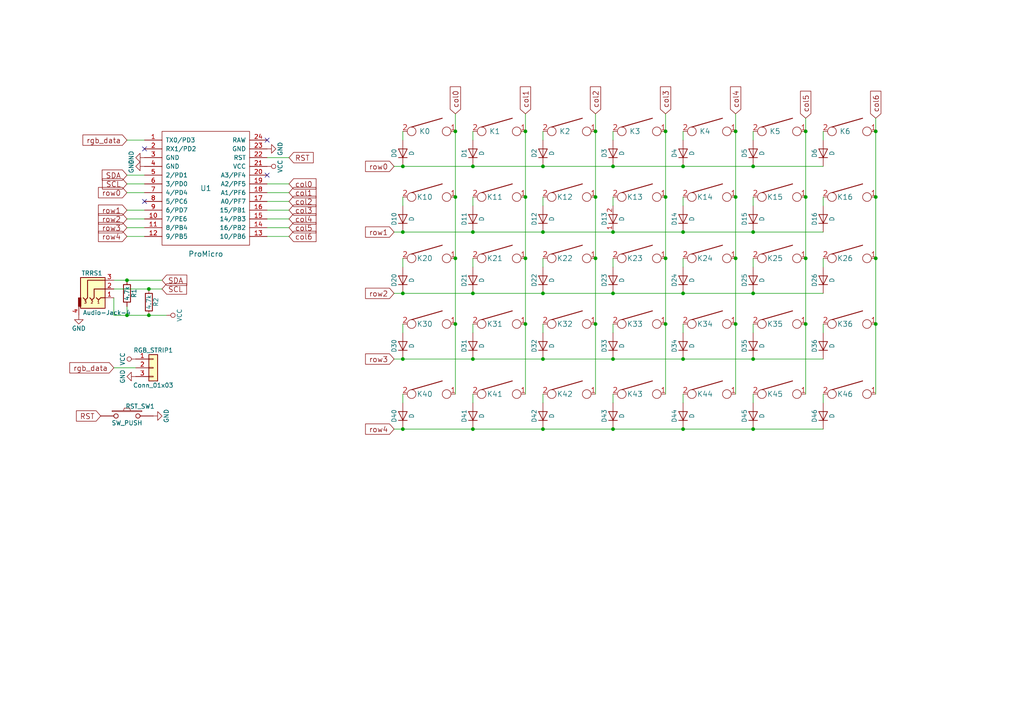
<source format=kicad_sch>
(kicad_sch (version 20211123) (generator eeschema)
  (paper "A4")
  (title_block (title "Neodox keyboard") (date "2018-05-05") (rev "1.0") (comment 1 "designed by Mattia Dal Ben, remixed by Pastitas") (comment 2 "https://github.com/pastitas/neodox-keyboard"))
  (lib_symbols
    (symbol "D_1" (pin_names (offset 1.016) hide)
      (property "Reference" "D" (at 0 2.54 0))
      (property "Value" "D_1" (at 0 -2.54 0))
      (symbol "D_1_0_1"
        (polyline (pts (xy -1.27 1.27) (xy -1.27 -1.27)) (stroke (width 0.2032)))
        (polyline (pts (xy 1.27 0) (xy -1.27 0)))
        (polyline (pts (xy 1.27 1.27) (xy 1.27 -1.27) (xy -1.27 0) (xy 1.27 1.27)) (stroke (width 0.2032)))
      )
      (symbol "D_1_1_1"
        (pin passive line (at -3.81 0 0) (length 2.54) (name "K") (number "1"))
        (pin passive line (at 3.81 0 180) (length 2.54) (name "A") (number "2"))
      )
    )
    (symbol "redox_rev1-rescue:Audio-Jack-4" (pin_names (offset 1.016))
      (property "Reference" "J" (at -1.27 2.032 0))
      (property "Value" "Audio-Jack-4" (at 3.048 -9.398 0))
      (symbol "Audio-Jack-4_0_0"
        (rectangle (start -4.572 -8.128) (end 2.54 0.762) (stroke (width 0.254)) (fill (type background)))
        (text "1" (at 0.635 -6.35 0) (effects (font (size 0.762 0.762))))
        (text "2" (at -1.27 -6.35 0) (effects (font (size 0.762 0.762))))
        (text "3" (at -3.175 -6.35 0) (effects (font (size 0.762 0.762))))
      )
      (symbol "Audio-Jack-4_0_1"
        (rectangle (start -4.445 -7.62) (end -5.207 -5.08) (fill (type outline)))
        (polyline (pts (xy 0 -5.08) (xy 0.635 -5.715) (xy 1.27 -5.08) (xy 2.54 -5.08)) (stroke (width 0.254)))
        (polyline (pts (xy -1.905 -5.08) (xy -1.27 -5.715) (xy -0.635 -5.08) (xy -0.635 -2.54) (xy 2.54 -2.54)) (stroke (width 0.254)))
        (polyline (pts (xy 2.54 0) (xy -2.54 0) (xy -2.54 -5.08) (xy -3.175 -5.715) (xy -3.81 -5.08)) (stroke (width 0.254)))
      )
      (symbol "Audio-Jack-4_1_1"
        (pin passive line (at 5.08 -5.08 180) (length 2.54) (name "~") (number "1"))
        (pin passive line (at 5.08 -2.54 180) (length 2.54) (name "~") (number "2"))
        (pin passive line (at 5.08 0 180) (length 2.54) (name "~") (number "3"))
        (pin passive line (at -5.08 -10.16 90) (length 2.54) (name "~") (number "4"))
      )
    )
    (symbol "redox_rev1-rescue:Conn_01x03" (pin_names (offset 1.016) hide)
      (property "Reference" "J" (at 0 5.08 0))
      (property "Value" "Conn_01x03" (at 0 -5.08 0))
      (symbol "Conn_01x03_1_1"
        (rectangle (start -1.27 -2.413) (end 0 -2.667) (stroke (width 0.1524)))
        (rectangle (start -1.27 0.127) (end 0 -0.127) (stroke (width 0.1524)))
        (rectangle (start -1.27 2.667) (end 0 2.413) (stroke (width 0.1524)))
        (rectangle (start -1.27 3.81) (end 1.27 -3.81) (stroke (width 0.254)) (fill (type background)))
        (pin passive line (at -5.08 2.54 0) (length 3.81) (name "Pin_1") (number "1"))
        (pin passive line (at -5.08 0 0) (length 3.81) (name "Pin_2") (number "2"))
        (pin passive line (at -5.08 -2.54 0) (length 3.81) (name "Pin_3") (number "3"))
      )
    )
    (symbol "redox_rev1-rescue:D" (pin_numbers hide) (pin_names (offset 1.016) hide)
      (property "Reference" "D" (at 0 2.54 0))
      (property "Value" "D" (at 0 -2.54 0))
      (symbol "D_0_1"
        (polyline (pts (xy -1.27 1.27) (xy -1.27 -1.27)) (stroke (width 0.2032)))
        (polyline (pts (xy 1.27 0) (xy -1.27 0)))
        (polyline (pts (xy 1.27 1.27) (xy 1.27 -1.27) (xy -1.27 0) (xy 1.27 1.27)) (stroke (width 0.2032)))
      )
      (symbol "D_1_1"
        (pin passive line (at -3.81 0 0) (length 2.54) (name "K") (number "1"))
        (pin passive line (at 3.81 0 180) (length 2.54) (name "A") (number "2"))
      )
    )
    (symbol "redox_rev1-rescue:GND" (power) (pin_names (offset 0))
      (property "Value" "GND" (at 0 -3.81 0))
      (symbol "GND_0_1"
        (polyline (pts (xy 0 0) (xy 0 -1.27) (xy 1.27 -1.27) (xy 0 -2.54) (xy -1.27 -1.27) (xy 0 -1.27)))
      )
      (symbol "GND_1_1"
        (pin power_in line (at 0 0 270) (length 0) hide (name "GND") (number "1"))
      )
    )
    (symbol "redox_rev1-rescue:KEYSW" (pin_names (offset 1.016))
      (property "Reference" "K?" (at -1.27 0 0))
      (symbol "KEYSW_0_1"
        (circle (center -5.08 0) (radius 1.27))
        (polyline (pts (xy -5.08 1.27) (xy 3.81 3.81)) (stroke (width 0.254)))
        (circle (center 5.08 0) (radius 1.27))
      )
      (symbol "KEYSW_1_1"
        (pin passive line (at 7.62 0 180) (length 1.27) (name "~") (number "1"))
        (pin passive line (at -7.62 0 0) (length 1.27) (name "~") (number "2"))
      )
    )
    (symbol "redox_rev1-rescue:ProMicro" (pin_names (offset 1.016))
      (property "Reference" "U" (at 0 0 0))
      (property "Value" "ProMicro" (at 0 -19.05 0))
      (symbol "ProMicro_0_1"
        (rectangle (start -12.7 -16.51) (end 12.7 16.51))
      )
      (symbol "ProMicro_1_1"
        (pin input line (at -17.78 13.97 0) (length 5.08) (name "TX0/PD3") (number "1"))
        (pin input line (at -17.78 -8.89 0) (length 5.08) (name "7/PE6") (number "10"))
        (pin input line (at -17.78 -11.43 0) (length 5.08) (name "8/PB4") (number "11"))
        (pin input line (at -17.78 -13.97 0) (length 5.08) (name "9/PB5") (number "12"))
        (pin input line (at 17.78 -13.97 180) (length 5.08) (name "10/PB6") (number "13"))
        (pin input line (at 17.78 -11.43 180) (length 5.08) (name "16/PB2") (number "14"))
        (pin input line (at 17.78 -8.89 180) (length 5.08) (name "14/PB3") (number "15"))
        (pin input line (at 17.78 -6.35 180) (length 5.08) (name "15/PB1") (number "16"))
        (pin input line (at 17.78 -3.81 180) (length 5.08) (name "A0/PF7") (number "17"))
        (pin input line (at 17.78 -1.27 180) (length 5.08) (name "A1/PF6") (number "18"))
        (pin input line (at 17.78 1.27 180) (length 5.08) (name "A2/PF5") (number "19"))
        (pin input line (at -17.78 11.43 0) (length 5.08) (name "RX1/PD2") (number "2"))
        (pin input line (at 17.78 3.81 180) (length 5.08) (name "A3/PF4") (number "20"))
        (pin input line (at 17.78 6.35 180) (length 5.08) (name "VCC") (number "21"))
        (pin input line (at 17.78 8.89 180) (length 5.08) (name "RST") (number "22"))
        (pin input line (at 17.78 11.43 180) (length 5.08) (name "GND") (number "23"))
        (pin input line (at 17.78 13.97 180) (length 5.08) (name "RAW") (number "24"))
        (pin input line (at -17.78 8.89 0) (length 5.08) (name "GND") (number "3"))
        (pin input line (at -17.78 6.35 0) (length 5.08) (name "GND") (number "4"))
        (pin input line (at -17.78 3.81 0) (length 5.08) (name "2/PD1") (number "5"))
        (pin input line (at -17.78 1.27 0) (length 5.08) (name "3/PD0") (number "6"))
        (pin input line (at -17.78 -1.27 0) (length 5.08) (name "4/PD4") (number "7"))
        (pin input line (at -17.78 -3.81 0) (length 5.08) (name "5/PC6") (number "8"))
        (pin input line (at -17.78 -6.35 0) (length 5.08) (name "6/PD7") (number "9"))
      )
    )
    (symbol "redox_rev1-rescue:R" (pin_numbers hide) (pin_names (offset 0))
      (property "Reference" "R" (at 2.032 0 90))
      (property "Value" "R" (at 0 0 90))
      (symbol "R_0_1"
        (rectangle (start -1.016 -2.54) (end 1.016 2.54) (stroke (width 0.254)))
      )
      (symbol "R_1_1"
        (pin passive line (at 0 3.81 270) (length 1.27) (name "~") (number "1"))
        (pin passive line (at 0 -3.81 90) (length 1.27) (name "~") (number "2"))
      )
    )
    (symbol "redox_rev1-rescue:SW_PUSH" (pin_numbers hide) (pin_names (offset 1.016) hide)
      (property "Reference" "SW" (at 3.81 2.794 0))
      (property "Value" "SW_PUSH" (at 0 -2.032 0))
      (symbol "SW_PUSH_0_1"
        (rectangle (start -4.318 1.27) (end 4.318 1.524))
        (polyline (pts (xy -1.016 1.524) (xy -0.762 2.286) (xy 0.762 2.286) (xy 1.016 1.524)))
        (pin passive inverted (at -7.62 0 0) (length 5.08) (name "1") (number "1"))
        (pin passive inverted (at 7.62 0 180) (length 5.08) (name "2") (number "2"))
      )
    )
    (symbol "redox_rev1-rescue:VCC" (power) (pin_names (offset 0))
      (property "Value" "VCC" (at 0 3.81 0))
      (symbol "VCC_0_1"
        (polyline (pts (xy 0 0) (xy 0 1.27)))
        (circle (center 0 1.905) (radius 0.635))
      )
      (symbol "VCC_1_1"
        (pin power_in line (at 0 0 90) (length 0) hide (name "VCC") (number "1"))
      )
    )
  )
  (junction (at 218.44 67.31))
  (junction (at 198.12 104.14))
  (junction (at 193.04 93.98))
  (junction (at 132.08 93.98))
  (junction (at 213.36 93.98))
  (junction (at 198.12 67.31))
  (junction (at 116.84 104.14))
  (junction (at 116.84 124.46))
  (junction (at 254 57.15))
  (junction (at 198.12 85.09))
  (junction (at 157.48 124.46))
  (junction (at 218.44 104.14))
  (junction (at 193.04 74.93))
  (junction (at 152.4 38.1))
  (junction (at 172.72 38.1))
  (junction (at 193.04 57.15))
  (junction (at 198.12 124.46))
  (junction (at 233.68 57.15))
  (junction (at 137.16 124.46))
  (junction (at 177.8 85.09))
  (junction (at 233.68 74.93))
  (junction (at 213.36 57.15))
  (junction (at 157.48 48.26))
  (junction (at 36.83 81.28))
  (junction (at 137.16 48.26))
  (junction (at 193.04 38.1))
  (junction (at 177.8 67.31))
  (junction (at 116.84 48.26))
  (junction (at 157.48 85.09))
  (junction (at 36.83 91.44))
  (junction (at 157.48 104.14))
  (junction (at 132.08 38.1))
  (junction (at 218.44 85.09))
  (junction (at 152.4 57.15))
  (junction (at 132.08 74.93))
  (junction (at 233.68 93.98))
  (junction (at 254 38.1))
  (junction (at 137.16 104.14))
  (junction (at 137.16 67.31))
  (junction (at 172.72 74.93))
  (junction (at 172.72 93.98))
  (junction (at 152.4 93.98))
  (junction (at 198.12 48.26))
  (junction (at 116.84 67.31))
  (junction (at 218.44 48.26))
  (junction (at 177.8 104.14))
  (junction (at 177.8 48.26))
  (junction (at 157.48 67.31))
  (junction (at 254 74.93))
  (junction (at 43.18 83.82))
  (junction (at 152.4 74.93))
  (junction (at 213.36 74.93))
  (junction (at 177.8 124.46))
  (junction (at 116.84 85.09))
  (junction (at 233.68 38.1))
  (junction (at 213.36 38.1))
  (junction (at 218.44 124.46))
  (junction (at 132.08 57.15))
  (junction (at 254 93.98))
  (junction (at 43.18 91.44))
  (junction (at 172.72 57.15))
  (junction (at 137.16 85.09))
  (no_connect (at 41.91 43.18))
  (no_connect (at 77.47 50.8))
  (no_connect (at 41.91 58.42))
  (no_connect (at 77.47 40.64))
  (wire (pts (xy 193.04 93.98) (xy 193.04 114.3)))
  (wire (pts (xy 233.68 74.93) (xy 233.68 93.98)))
  (wire (pts (xy 172.72 38.1) (xy 172.72 57.15)))
  (wire (pts (xy 193.04 38.1) (xy 193.04 57.15)))
  (wire (pts (xy 157.48 124.46) (xy 177.8 124.46)))
  (wire (pts (xy 36.83 50.8) (xy 41.91 50.8)))
  (wire (pts (xy 137.16 48.26) (xy 157.48 48.26)))
  (wire (pts (xy 218.44 67.31) (xy 238.76 67.31)))
  (wire (pts (xy 33.02 91.44) (xy 36.83 91.44)))
  (wire (pts (xy 177.8 124.46) (xy 198.12 124.46)))
  (wire (pts (xy 157.48 57.15) (xy 157.48 59.69)))
  (wire (pts (xy 152.4 33.02) (xy 152.4 38.1)))
  (wire (pts (xy 213.36 93.98) (xy 213.36 114.3)))
  (wire (pts (xy 233.68 38.1) (xy 233.68 57.15)))
  (wire (pts (xy 198.12 85.09) (xy 218.44 85.09)))
  (wire (pts (xy 157.48 74.93) (xy 157.48 77.47)))
  (wire (pts (xy 152.4 57.15) (xy 152.4 74.93)))
  (wire (pts (xy 114.3 104.14) (xy 116.84 104.14)))
  (wire (pts (xy 116.84 67.31) (xy 137.16 67.31)))
  (wire (pts (xy 213.36 74.93) (xy 213.36 93.98)))
  (wire (pts (xy 137.16 67.31) (xy 157.48 67.31)))
  (wire (pts (xy 137.16 74.93) (xy 137.16 77.47)))
  (wire (pts (xy 116.84 85.09) (xy 137.16 85.09)))
  (wire (pts (xy 33.02 83.82) (xy 43.18 83.82)))
  (wire (pts (xy 177.8 104.14) (xy 198.12 104.14)))
  (wire (pts (xy 36.83 63.5) (xy 41.91 63.5)))
  (wire (pts (xy 172.72 33.02) (xy 172.72 38.1)))
  (wire (pts (xy 198.12 67.31) (xy 218.44 67.31)))
  (wire (pts (xy 116.84 124.46) (xy 137.16 124.46)))
  (wire (pts (xy 36.83 40.64) (xy 41.91 40.64)))
  (wire (pts (xy 77.47 68.58) (xy 83.82 68.58)))
  (wire (pts (xy 132.08 57.15) (xy 132.08 74.93)))
  (wire (pts (xy 157.48 93.98) (xy 157.48 96.52)))
  (wire (pts (xy 177.8 74.93) (xy 177.8 77.47)))
  (wire (pts (xy 238.76 74.93) (xy 238.76 77.47)))
  (wire (pts (xy 116.84 57.15) (xy 116.84 59.69)))
  (wire (pts (xy 77.47 45.72) (xy 83.82 45.72)))
  (wire (pts (xy 132.08 74.93) (xy 132.08 93.98)))
  (wire (pts (xy 213.36 57.15) (xy 213.36 74.93)))
  (wire (pts (xy 177.8 93.98) (xy 177.8 96.52)))
  (wire (pts (xy 36.83 53.34) (xy 41.91 53.34)))
  (wire (pts (xy 172.72 57.15) (xy 172.72 74.93)))
  (wire (pts (xy 193.04 33.02) (xy 193.04 38.1)))
  (wire (pts (xy 116.84 48.26) (xy 137.16 48.26)))
  (wire (pts (xy 233.68 34.29) (xy 233.68 38.1)))
  (wire (pts (xy 177.8 38.1) (xy 177.8 40.64)))
  (wire (pts (xy 114.3 48.26) (xy 116.84 48.26)))
  (wire (pts (xy 36.83 68.58) (xy 41.91 68.58)))
  (wire (pts (xy 254 34.29) (xy 254 38.1)))
  (wire (pts (xy 177.8 57.15) (xy 177.8 59.69)))
  (wire (pts (xy 152.4 93.98) (xy 152.4 114.3)))
  (wire (pts (xy 218.44 74.93) (xy 218.44 77.47)))
  (wire (pts (xy 137.16 124.46) (xy 157.48 124.46)))
  (wire (pts (xy 36.83 66.04) (xy 41.91 66.04)))
  (wire (pts (xy 157.48 48.26) (xy 177.8 48.26)))
  (wire (pts (xy 198.12 38.1) (xy 198.12 40.64)))
  (wire (pts (xy 116.84 93.98) (xy 116.84 96.52)))
  (wire (pts (xy 77.47 60.96) (xy 83.82 60.96)))
  (wire (pts (xy 137.16 93.98) (xy 137.16 96.52)))
  (wire (pts (xy 218.44 93.98) (xy 218.44 96.52)))
  (wire (pts (xy 77.47 63.5) (xy 83.82 63.5)))
  (wire (pts (xy 157.48 114.3) (xy 157.48 116.84)))
  (wire (pts (xy 132.08 93.98) (xy 132.08 114.3)))
  (wire (pts (xy 137.16 57.15) (xy 137.16 59.69)))
  (wire (pts (xy 177.8 85.09) (xy 198.12 85.09)))
  (wire (pts (xy 36.83 60.96) (xy 41.91 60.96)))
  (wire (pts (xy 33.02 86.36) (xy 33.02 91.44)))
  (wire (pts (xy 218.44 124.46) (xy 238.76 124.46)))
  (wire (pts (xy 254 93.98) (xy 254 114.3)))
  (wire (pts (xy 36.83 81.28) (xy 46.99 81.28)))
  (wire (pts (xy 137.16 85.09) (xy 157.48 85.09)))
  (wire (pts (xy 137.16 104.14) (xy 157.48 104.14)))
  (wire (pts (xy 218.44 48.26) (xy 238.76 48.26)))
  (wire (pts (xy 198.12 114.3) (xy 198.12 116.84)))
  (wire (pts (xy 132.08 38.1) (xy 132.08 57.15)))
  (wire (pts (xy 213.36 38.1) (xy 213.36 57.15)))
  (wire (pts (xy 77.47 66.04) (xy 83.82 66.04)))
  (wire (pts (xy 43.18 83.82) (xy 46.99 83.82)))
  (wire (pts (xy 152.4 74.93) (xy 152.4 93.98)))
  (wire (pts (xy 238.76 57.15) (xy 238.76 59.69)))
  (wire (pts (xy 43.18 91.44) (xy 48.26 91.44)))
  (wire (pts (xy 218.44 85.09) (xy 238.76 85.09)))
  (wire (pts (xy 177.8 48.26) (xy 198.12 48.26)))
  (wire (pts (xy 198.12 57.15) (xy 198.12 59.69)))
  (wire (pts (xy 254 57.15) (xy 254 74.93)))
  (wire (pts (xy 132.08 33.02) (xy 132.08 38.1)))
  (wire (pts (xy 254 74.93) (xy 254 93.98)))
  (wire (pts (xy 137.16 114.3) (xy 137.16 116.84)))
  (wire (pts (xy 137.16 38.1) (xy 137.16 40.64)))
  (wire (pts (xy 254 38.1) (xy 254 57.15)))
  (wire (pts (xy 177.8 114.3) (xy 177.8 116.84)))
  (wire (pts (xy 157.48 67.31) (xy 177.8 67.31)))
  (wire (pts (xy 193.04 74.93) (xy 193.04 93.98)))
  (wire (pts (xy 238.76 93.98) (xy 238.76 96.52)))
  (wire (pts (xy 116.84 38.1) (xy 116.84 40.64)))
  (wire (pts (xy 114.3 124.46) (xy 116.84 124.46)))
  (wire (pts (xy 233.68 57.15) (xy 233.68 74.93)))
  (wire (pts (xy 218.44 114.3) (xy 218.44 116.84)))
  (wire (pts (xy 77.47 53.34) (xy 83.82 53.34)))
  (wire (pts (xy 198.12 124.46) (xy 218.44 124.46)))
  (wire (pts (xy 198.12 48.26) (xy 218.44 48.26)))
  (wire (pts (xy 238.76 38.1) (xy 238.76 40.64)))
  (wire (pts (xy 116.84 114.3) (xy 116.84 116.84)))
  (wire (pts (xy 233.68 93.98) (xy 233.68 114.3)))
  (wire (pts (xy 238.76 114.3) (xy 238.76 116.84)))
  (wire (pts (xy 218.44 57.15) (xy 218.44 59.69)))
  (wire (pts (xy 152.4 38.1) (xy 152.4 57.15)))
  (wire (pts (xy 193.04 57.15) (xy 193.04 74.93)))
  (wire (pts (xy 198.12 104.14) (xy 218.44 104.14)))
  (wire (pts (xy 218.44 104.14) (xy 238.76 104.14)))
  (wire (pts (xy 77.47 58.42) (xy 83.82 58.42)))
  (wire (pts (xy 157.48 104.14) (xy 177.8 104.14)))
  (wire (pts (xy 177.8 67.31) (xy 198.12 67.31)))
  (wire (pts (xy 172.72 93.98) (xy 172.72 114.3)))
  (wire (pts (xy 114.3 67.31) (xy 116.84 67.31)))
  (wire (pts (xy 33.02 106.68) (xy 39.37 106.68)))
  (wire (pts (xy 33.02 81.28) (xy 36.83 81.28)))
  (wire (pts (xy 172.72 74.93) (xy 172.72 93.98)))
  (wire (pts (xy 116.84 74.93) (xy 116.84 77.47)))
  (wire (pts (xy 157.48 85.09) (xy 177.8 85.09)))
  (wire (pts (xy 114.3 85.09) (xy 116.84 85.09)))
  (wire (pts (xy 218.44 38.1) (xy 218.44 40.64)))
  (wire (pts (xy 198.12 74.93) (xy 198.12 77.47)))
  (wire (pts (xy 116.84 104.14) (xy 137.16 104.14)))
  (wire (pts (xy 157.48 38.1) (xy 157.48 40.64)))
  (wire (pts (xy 36.83 88.9) (xy 36.83 91.44)))
  (wire (pts (xy 77.47 55.88) (xy 83.82 55.88)))
  (wire (pts (xy 36.83 55.88) (xy 41.91 55.88)))
  (wire (pts (xy 36.83 91.44) (xy 43.18 91.44)))
  (wire (pts (xy 213.36 33.02) (xy 213.36 38.1)))
  (wire (pts (xy 198.12 93.98) (xy 198.12 96.52)))
  (global_label "rgb_data" (shape input) (at 33.02 106.68 180) (effects (font (size 1.524 1.524))) (property "Intersheet References" "${INTERSHEET_REFS}" (effects hide)))
  (global_label "col0" (shape input) (at 132.08 33.02 90) (effects (font (size 1.524 1.524))) (property "Intersheet References" "${INTERSHEET_REFS}" (effects hide)))
  (global_label "SDA" (shape input) (at 46.99 81.28 0) (effects (font (size 1.524 1.524))) (property "Intersheet References" "${INTERSHEET_REFS}" (effects hide)))
  (global_label "col5" (shape input) (at 83.82 66.04 0) (effects (font (size 1.524 1.524))) (property "Intersheet References" "${INTERSHEET_REFS}" (effects hide)))
  (global_label "RST" (shape input) (at 83.82 45.72 0) (effects (font (size 1.524 1.524))) (property "Intersheet References" "${INTERSHEET_REFS}" (effects hide)))
  (global_label "col1" (shape input) (at 152.4 33.02 90) (effects (font (size 1.524 1.524))) (property "Intersheet References" "${INTERSHEET_REFS}" (effects hide)))
  (global_label "row1" (shape input) (at 114.3 67.31 180) (effects (font (size 1.524 1.524))) (property "Intersheet References" "${INTERSHEET_REFS}" (effects hide)))
  (global_label "row0" (shape input) (at 36.83 55.88 180) (effects (font (size 1.524 1.524))) (property "Intersheet References" "${INTERSHEET_REFS}" (effects hide)))
  (global_label "SCL" (shape input) (at 36.83 53.34 180) (effects (font (size 1.524 1.524))) (property "Intersheet References" "${INTERSHEET_REFS}" (effects hide)))
  (global_label "col0" (shape input) (at 83.82 53.34 0) (effects (font (size 1.524 1.524))) (property "Intersheet References" "${INTERSHEET_REFS}" (effects hide)))
  (global_label "rgb_data" (shape input) (at 36.83 40.64 180) (effects (font (size 1.524 1.524))) (property "Intersheet References" "${INTERSHEET_REFS}" (effects hide)))
  (global_label "row2" (shape input) (at 36.83 63.5 180) (effects (font (size 1.524 1.524))) (property "Intersheet References" "${INTERSHEET_REFS}" (effects hide)))
  (global_label "RST" (shape input) (at 29.21 120.65 180) (effects (font (size 1.524 1.524))) (property "Intersheet References" "${INTERSHEET_REFS}" (effects hide)))
  (global_label "col3" (shape input) (at 193.04 33.02 90) (effects (font (size 1.524 1.524))) (property "Intersheet References" "${INTERSHEET_REFS}" (effects hide)))
  (global_label "row3" (shape input) (at 36.83 66.04 180) (effects (font (size 1.524 1.524))) (property "Intersheet References" "${INTERSHEET_REFS}" (effects hide)))
  (global_label "row3" (shape input) (at 114.3 104.14 180) (effects (font (size 1.524 1.524))) (property "Intersheet References" "${INTERSHEET_REFS}" (effects hide)))
  (global_label "row0" (shape input) (at 114.3 48.26 180) (effects (font (size 1.524 1.524))) (property "Intersheet References" "${INTERSHEET_REFS}" (effects hide)))
  (global_label "row2" (shape input) (at 114.3 85.09 180) (effects (font (size 1.524 1.524))) (property "Intersheet References" "${INTERSHEET_REFS}" (effects hide)))
  (global_label "col2" (shape input) (at 172.72 33.02 90) (effects (font (size 1.524 1.524))) (property "Intersheet References" "${INTERSHEET_REFS}" (effects hide)))
  (global_label "SCL" (shape input) (at 46.99 83.82 0) (effects (font (size 1.524 1.524))) (property "Intersheet References" "${INTERSHEET_REFS}" (effects hide)))
  (global_label "col4" (shape input) (at 83.82 63.5 0) (effects (font (size 1.524 1.524))) (property "Intersheet References" "${INTERSHEET_REFS}" (effects hide)))
  (global_label "col2" (shape input) (at 83.82 58.42 0) (effects (font (size 1.524 1.524))) (property "Intersheet References" "${INTERSHEET_REFS}" (effects hide)))
  (global_label "row1" (shape input) (at 36.83 60.96 180) (effects (font (size 1.524 1.524))) (property "Intersheet References" "${INTERSHEET_REFS}" (effects hide)))
  (global_label "col6" (shape input) (at 254 34.29 90) (effects (font (size 1.524 1.524))) (property "Intersheet References" "${INTERSHEET_REFS}" (effects hide)))
  (global_label "col6" (shape input) (at 83.82 68.58 0) (effects (font (size 1.524 1.524))) (property "Intersheet References" "${INTERSHEET_REFS}" (effects hide)))
  (global_label "row4" (shape input) (at 36.83 68.58 180) (effects (font (size 1.524 1.524))) (property "Intersheet References" "${INTERSHEET_REFS}" (effects hide)))
  (global_label "col5" (shape input) (at 233.68 34.29 90) (effects (font (size 1.524 1.524))) (property "Intersheet References" "${INTERSHEET_REFS}" (effects hide)))
  (global_label "SDA" (shape input) (at 36.83 50.8 180) (effects (font (size 1.524 1.524))) (property "Intersheet References" "${INTERSHEET_REFS}" (effects hide)))
  (global_label "col1" (shape input) (at 83.82 55.88 0) (effects (font (size 1.524 1.524))) (property "Intersheet References" "${INTERSHEET_REFS}" (effects hide)))
  (global_label "row4" (shape input) (at 114.3 124.46 180) (effects (font (size 1.524 1.524))) (property "Intersheet References" "${INTERSHEET_REFS}" (effects hide)))
  (global_label "col4" (shape input) (at 213.36 33.02 90) (effects (font (size 1.524 1.524))) (property "Intersheet References" "${INTERSHEET_REFS}" (effects hide)))
  (global_label "col3" (shape input) (at 83.82 60.96 0) (effects (font (size 1.524 1.524))) (property "Intersheet References" "${INTERSHEET_REFS}" (effects hide)))
  (symbol (lib_id "redox_rev1-rescue:ProMicro") (at 59.69 54.61 0) (unit 1)
    (property "Reference" "U1" (at 59.69 54.61 0) (effects (font (size 1.524 1.524))))
    (property "Value" "ProMicro" (at 59.69 73.66 0) (effects (font (size 1.524 1.524))))
    (property "Footprint" "keyboard_reversible:ProMicro" (effects hide))
  )
  (symbol (lib_id "redox_rev1-rescue:Audio-Jack-4") (at 27.94 81.28 0) (unit 1)
    (property "Reference" "TRRS1" (at 26.67 79.248 0))
    (property "Value" "Audio-Jack-4" (at 30.988 90.678 0))
    (property "Footprint" "Keyboard_reversible:PJ-320A" (effects hide))
  )
  (symbol (lib_id "redox_rev1-rescue:Conn_01x03") (at 44.45 106.68 0) (unit 1)
    (property "Reference" "RGB_STRIP1" (at 44.45 101.6 0))
    (property "Value" "Conn_01x03" (at 44.45 111.76 0))
    (property "Footprint" "Pin_Headers:Pin_Header_Straight_1x03_Pitch2.54mm" (effects hide))
  )
  (symbol (lib_id "redox_rev1-rescue:SW_PUSH") (at 36.83 120.65 0) (unit 1)
    (property "Reference" "RST_SW1" (at 40.64 117.856 0))
    (property "Value" "SW_PUSH" (at 36.83 122.682 0))
    (property "Footprint" "Buttons_Switches_ThroughHole:SW_PUSH_6mm_h4.3mm" (effects hide))
  )
  (symbol (lib_id "redox_rev1-rescue:GND") (at 77.47 43.18 90) (unit 1)
    (property "Reference" "#PWR01" (effects hide))
    (property "Value" "GND" (at 81.28 43.18 0))
  )
  (symbol (lib_id "redox_rev1-rescue:VCC") (at 77.47 48.26 270) (unit 1)
    (property "Reference" "#PWR02" (effects hide))
    (property "Value" "VCC" (at 81.28 48.26 0))
  )
  (symbol (lib_id "redox_rev1-rescue:KEYSW") (at 124.46 38.1 0) (unit 1)
    (property "Reference" "K0" (at 123.19 38.1 0) (effects (font (size 1.524 1.524))))
    (property "Value" "KEYSW" (effects hide))
    (property "Footprint" "Keyboard_reversible:Kailh_socket_MX_optional_reversible" (effects hide))
  )
  (symbol (lib_id "redox_rev1-rescue:D") (at 116.84 44.45 90) (unit 1)
    (property "Reference" "D0" (at 114.3 44.45 0))
    (property "Value" "D" (at 119.38 44.45 0))
    (property "Footprint" "keyboard_reversible:Diode-dual" (effects hide))
  )
  (symbol (lib_id "redox_rev1-rescue:GND") (at 22.86 91.44 0) (unit 1)
    (property "Reference" "#PWR03" (effects hide))
    (property "Value" "GND" (at 22.86 95.25 0))
  )
  (symbol (lib_id "redox_rev1-rescue:GND") (at 39.37 109.22 270) (unit 1)
    (property "Reference" "#PWR04" (effects hide))
    (property "Value" "GND" (at 35.56 109.22 0))
  )
  (symbol (lib_id "redox_rev1-rescue:VCC") (at 39.37 104.14 90) (unit 1)
    (property "Reference" "#PWR05" (effects hide))
    (property "Value" "VCC" (at 35.56 104.14 0))
  )
  (symbol (lib_id "redox_rev1-rescue:GND") (at 44.45 120.65 90) (unit 1)
    (property "Reference" "#PWR06" (effects hide))
    (property "Value" "GND" (at 48.26 120.65 0))
  )
  (symbol (lib_id "redox_rev1-rescue:KEYSW") (at 144.78 38.1 0) (unit 1)
    (property "Reference" "K1" (at 143.51 38.1 0) (effects (font (size 1.524 1.524))))
    (property "Value" "KEYSW" (effects hide))
    (property "Footprint" "Keyboard_reversible:Kailh_socket_MX_optional_reversible" (effects hide))
  )
  (symbol (lib_id "redox_rev1-rescue:D") (at 137.16 44.45 90) (unit 1)
    (property "Reference" "D1" (at 134.62 44.45 0))
    (property "Value" "D" (at 139.7 44.45 0))
    (property "Footprint" "keyboard_reversible:Diode-dual" (effects hide))
  )
  (symbol (lib_id "redox_rev1-rescue:GND") (at 41.91 45.72 270) (unit 1)
    (property "Reference" "#PWR07" (effects hide))
    (property "Value" "GND" (at 38.1 45.72 0))
  )
  (symbol (lib_id "redox_rev1-rescue:GND") (at 41.91 48.26 270) (unit 1)
    (property "Reference" "#PWR08" (effects hide))
    (property "Value" "GND" (at 38.1 48.26 0))
  )
  (symbol (lib_id "redox_rev1-rescue:KEYSW") (at 165.1 38.1 0) (unit 1)
    (property "Reference" "K2" (at 163.83 38.1 0) (effects (font (size 1.524 1.524))))
    (property "Value" "KEYSW" (effects hide))
    (property "Footprint" "Keyboard_reversible:Kailh_socket_MX_optional_reversible" (effects hide))
  )
  (symbol (lib_id "redox_rev1-rescue:D") (at 157.48 44.45 90) (unit 1)
    (property "Reference" "D2" (at 154.94 44.45 0))
    (property "Value" "D" (at 160.02 44.45 0))
    (property "Footprint" "keyboard_reversible:Diode-dual" (effects hide))
  )
  (symbol (lib_id "redox_rev1-rescue:KEYSW") (at 185.42 38.1 0) (unit 1)
    (property "Reference" "K3" (at 184.15 38.1 0) (effects (font (size 1.524 1.524))))
    (property "Value" "KEYSW" (effects hide))
    (property "Footprint" "Keyboard_reversible:Kailh_socket_MX_optional_reversible" (effects hide))
  )
  (symbol (lib_id "redox_rev1-rescue:D") (at 177.8 44.45 90) (unit 1)
    (property "Reference" "D3" (at 175.26 44.45 0))
    (property "Value" "D" (at 180.34 44.45 0))
    (property "Footprint" "keyboard_reversible:Diode-dual" (effects hide))
  )
  (symbol (lib_id "redox_rev1-rescue:KEYSW") (at 205.74 38.1 0) (unit 1)
    (property "Reference" "K4" (at 204.47 38.1 0) (effects (font (size 1.524 1.524))))
    (property "Value" "KEYSW" (effects hide))
    (property "Footprint" "Keyboard_reversible:Kailh_socket_MX_optional_reversible" (effects hide))
  )
  (symbol (lib_id "redox_rev1-rescue:D") (at 198.12 44.45 90) (unit 1)
    (property "Reference" "D4" (at 195.58 44.45 0))
    (property "Value" "D" (at 200.66 44.45 0))
    (property "Footprint" "keyboard_reversible:Diode-dual" (effects hide))
  )
  (symbol (lib_id "redox_rev1-rescue:KEYSW") (at 226.06 38.1 0) (unit 1)
    (property "Reference" "K5" (at 224.79 38.1 0) (effects (font (size 1.524 1.524))))
    (property "Value" "KEYSW" (effects hide))
    (property "Footprint" "Keyboard_reversible:Kailh_socket_MX_optional_reversible" (effects hide))
  )
  (symbol (lib_id "redox_rev1-rescue:D") (at 218.44 44.45 90) (unit 1)
    (property "Reference" "D5" (at 215.9 44.45 0))
    (property "Value" "D" (at 220.98 44.45 0))
    (property "Footprint" "keyboard_reversible:Diode-dual" (effects hide))
  )
  (symbol (lib_id "redox_rev1-rescue:KEYSW") (at 246.38 38.1 0) (unit 1)
    (property "Reference" "K6" (at 245.11 38.1 0) (effects (font (size 1.524 1.524))))
    (property "Value" "KEYSW" (effects hide))
    (property "Footprint" "Keyboard_reversible:Kailh_socket_MX_optional_reversible" (effects hide))
  )
  (symbol (lib_id "redox_rev1-rescue:D") (at 238.76 44.45 90) (unit 1)
    (property "Reference" "D6" (at 236.22 44.45 0))
    (property "Value" "D" (at 241.3 44.45 0))
    (property "Footprint" "keyboard_reversible:Diode-dual" (effects hide))
  )
  (symbol (lib_id "redox_rev1-rescue:KEYSW") (at 124.46 57.15 0) (unit 1)
    (property "Reference" "K10" (at 123.19 57.15 0) (effects (font (size 1.524 1.524))))
    (property "Value" "KEYSW" (effects hide))
    (property "Footprint" "Keyboard_reversible:Kailh_socket_MX_optional_reversible" (effects hide))
  )
  (symbol (lib_id "redox_rev1-rescue:D") (at 116.84 63.5 90) (unit 1)
    (property "Reference" "D10" (at 114.3 63.5 0))
    (property "Value" "D" (at 119.38 63.5 0))
    (property "Footprint" "keyboard_reversible:Diode-dual" (effects hide))
  )
  (symbol (lib_id "redox_rev1-rescue:KEYSW") (at 144.78 57.15 0) (unit 1)
    (property "Reference" "K11" (at 143.51 57.15 0) (effects (font (size 1.524 1.524))))
    (property "Value" "KEYSW" (effects hide))
    (property "Footprint" "Keyboard_reversible:Kailh_socket_MX_optional_reversible" (effects hide))
  )
  (symbol (lib_id "redox_rev1-rescue:D") (at 137.16 63.5 90) (unit 1)
    (property "Reference" "D11" (at 134.62 63.5 0))
    (property "Value" "D" (at 139.7 63.5 0))
    (property "Footprint" "keyboard_reversible:Diode-dual" (effects hide))
  )
  (symbol (lib_id "redox_rev1-rescue:KEYSW") (at 165.1 57.15 0) (unit 1)
    (property "Reference" "K12" (at 163.83 57.15 0) (effects (font (size 1.524 1.524))))
    (property "Value" "KEYSW" (effects hide))
    (property "Footprint" "Keyboard_reversible:Kailh_socket_MX_optional_reversible" (effects hide))
  )
  (symbol (lib_id "redox_rev1-rescue:D") (at 157.48 63.5 90) (unit 1)
    (property "Reference" "D12" (at 154.94 63.5 0))
    (property "Value" "D" (at 160.02 63.5 0))
    (property "Footprint" "keyboard_reversible:Diode-dual" (effects hide))
  )
  (symbol (lib_id "redox_rev1-rescue:KEYSW") (at 185.42 57.15 0) (unit 1)
    (property "Reference" "K13" (at 184.15 57.15 0) (effects (font (size 1.524 1.524))))
    (property "Value" "KEYSW" (effects hide))
    (property "Footprint" "Keyboard_reversible:Kailh_socket_MX_optional_reversible" (effects hide))
  )
  (symbol (lib_name "D_1") (lib_id "redox_rev1-rescue:D") (at 177.8 63.5 90) (unit 1)
    (property "Reference" "D13" (at 175.26 63.5 0))
    (property "Value" "D" (at 180.34 63.5 0))
    (property "Footprint" "keyboard_reversible:Diode-dual" (effects hide))
  )
  (symbol (lib_id "redox_rev1-rescue:KEYSW") (at 205.74 57.15 0) (unit 1)
    (property "Reference" "K14" (at 204.47 57.15 0) (effects (font (size 1.524 1.524))))
    (property "Value" "KEYSW" (effects hide))
    (property "Footprint" "Keyboard_reversible:Kailh_socket_MX_optional_reversible" (effects hide))
  )
  (symbol (lib_id "redox_rev1-rescue:D") (at 198.12 63.5 90) (unit 1)
    (property "Reference" "D14" (at 195.58 63.5 0))
    (property "Value" "D" (at 200.66 63.5 0))
    (property "Footprint" "keyboard_reversible:Diode-dual" (effects hide))
  )
  (symbol (lib_id "redox_rev1-rescue:KEYSW") (at 226.06 57.15 0) (unit 1)
    (property "Reference" "K15" (at 224.79 57.15 0) (effects (font (size 1.524 1.524))))
    (property "Value" "KEYSW" (effects hide))
    (property "Footprint" "Keyboard_reversible:Kailh_socket_MX_optional_reversible" (effects hide))
  )
  (symbol (lib_id "redox_rev1-rescue:D") (at 218.44 63.5 90) (unit 1)
    (property "Reference" "D15" (at 215.9 63.5 0))
    (property "Value" "D" (at 220.98 63.5 0))
    (property "Footprint" "keyboard_reversible:Diode-dual" (effects hide))
  )
  (symbol (lib_id "redox_rev1-rescue:KEYSW") (at 246.38 57.15 0) (unit 1)
    (property "Reference" "K16" (at 245.11 57.15 0) (effects (font (size 1.524 1.524))))
    (property "Value" "KEYSW" (effects hide))
    (property "Footprint" "Keyboard_reversible:Kailh_socket_MX_optional_reversible" (effects hide))
  )
  (symbol (lib_id "redox_rev1-rescue:D") (at 238.76 63.5 90) (unit 1)
    (property "Reference" "D16" (at 236.22 63.5 0))
    (property "Value" "D" (at 241.3 63.5 0))
    (property "Footprint" "keyboard_reversible:Diode-dual" (effects hide))
  )
  (symbol (lib_id "redox_rev1-rescue:R") (at 36.83 85.09 0) (unit 1)
    (property "Reference" "R1" (at 38.862 85.09 90))
    (property "Value" "4.7k" (at 36.83 85.09 90))
    (property "Footprint" "Keebio-Parts:Resistor-Compact" (effects hide))
  )
  (symbol (lib_id "redox_rev1-rescue:R") (at 43.18 87.63 0) (unit 1)
    (property "Reference" "R2" (at 45.212 87.63 90))
    (property "Value" "4.7k" (at 43.18 87.63 90))
    (property "Footprint" "Keebio-Parts:Resistor-Compact" (effects hide))
  )
  (symbol (lib_id "redox_rev1-rescue:KEYSW") (at 124.46 74.93 0) (unit 1)
    (property "Reference" "K20" (at 123.19 74.93 0) (effects (font (size 1.524 1.524))))
    (property "Value" "KEYSW" (effects hide))
    (property "Footprint" "Keyboard_reversible:Kailh_socket_MX_optional_reversible" (effects hide))
  )
  (symbol (lib_id "redox_rev1-rescue:D") (at 116.84 81.28 90) (unit 1)
    (property "Reference" "D20" (at 114.3 81.28 0))
    (property "Value" "D" (at 119.38 81.28 0))
    (property "Footprint" "keyboard_reversible:Diode-dual" (effects hide))
  )
  (symbol (lib_id "redox_rev1-rescue:KEYSW") (at 144.78 74.93 0) (unit 1)
    (property "Reference" "K21" (at 143.51 74.93 0) (effects (font (size 1.524 1.524))))
    (property "Value" "KEYSW" (effects hide))
    (property "Footprint" "Keyboard_reversible:Kailh_socket_MX_optional_reversible" (effects hide))
  )
  (symbol (lib_id "redox_rev1-rescue:D") (at 137.16 81.28 90) (unit 1)
    (property "Reference" "D21" (at 134.62 81.28 0))
    (property "Value" "D" (at 139.7 81.28 0))
    (property "Footprint" "keyboard_reversible:Diode-dual" (effects hide))
  )
  (symbol (lib_id "redox_rev1-rescue:KEYSW") (at 165.1 74.93 0) (unit 1)
    (property "Reference" "K22" (at 163.83 74.93 0) (effects (font (size 1.524 1.524))))
    (property "Value" "KEYSW" (effects hide))
    (property "Footprint" "Keyboard_reversible:Kailh_socket_MX_optional_reversible" (effects hide))
  )
  (symbol (lib_id "redox_rev1-rescue:D") (at 157.48 81.28 90) (unit 1)
    (property "Reference" "D22" (at 154.94 81.28 0))
    (property "Value" "D" (at 160.02 81.28 0))
    (property "Footprint" "keyboard_reversible:Diode-dual" (effects hide))
  )
  (symbol (lib_id "redox_rev1-rescue:KEYSW") (at 185.42 74.93 0) (unit 1)
    (property "Reference" "K23" (at 184.15 74.93 0) (effects (font (size 1.524 1.524))))
    (property "Value" "KEYSW" (effects hide))
    (property "Footprint" "Keyboard_reversible:Kailh_socket_MX_optional_reversible" (effects hide))
  )
  (symbol (lib_id "redox_rev1-rescue:D") (at 177.8 81.28 90) (unit 1)
    (property "Reference" "D23" (at 175.26 81.28 0))
    (property "Value" "D" (at 180.34 81.28 0))
    (property "Footprint" "keyboard_reversible:Diode-dual" (effects hide))
  )
  (symbol (lib_id "redox_rev1-rescue:KEYSW") (at 205.74 74.93 0) (unit 1)
    (property "Reference" "K24" (at 204.47 74.93 0) (effects (font (size 1.524 1.524))))
    (property "Value" "KEYSW" (effects hide))
    (property "Footprint" "Keyboard_reversible:Kailh_socket_MX_optional_reversible" (effects hide))
  )
  (symbol (lib_id "redox_rev1-rescue:D") (at 198.12 81.28 90) (unit 1)
    (property "Reference" "D24" (at 195.58 81.28 0))
    (property "Value" "D" (at 200.66 81.28 0))
    (property "Footprint" "keyboard_reversible:Diode-dual" (effects hide))
  )
  (symbol (lib_id "redox_rev1-rescue:KEYSW") (at 226.06 74.93 0) (unit 1)
    (property "Reference" "K25" (at 224.79 74.93 0) (effects (font (size 1.524 1.524))))
    (property "Value" "KEYSW" (effects hide))
    (property "Footprint" "Keyboard_reversible:Kailh_socket_MX_optional_reversible" (effects hide))
  )
  (symbol (lib_id "redox_rev1-rescue:D") (at 218.44 81.28 90) (unit 1)
    (property "Reference" "D25" (at 215.9 81.28 0))
    (property "Value" "D" (at 220.98 81.28 0))
    (property "Footprint" "keyboard_reversible:Diode-dual" (effects hide))
  )
  (symbol (lib_id "redox_rev1-rescue:KEYSW") (at 246.38 74.93 0) (unit 1)
    (property "Reference" "K26" (at 245.11 74.93 0) (effects (font (size 1.524 1.524))))
    (property "Value" "KEYSW" (effects hide))
    (property "Footprint" "Keyboard_reversible:Kailh_socket_MX_optional_reversible" (effects hide))
  )
  (symbol (lib_id "redox_rev1-rescue:D") (at 238.76 81.28 90) (unit 1)
    (property "Reference" "D26" (at 236.22 81.28 0))
    (property "Value" "D" (at 241.3 81.28 0))
    (property "Footprint" "keyboard_reversible:Diode-dual" (effects hide))
  )
  (symbol (lib_id "redox_rev1-rescue:KEYSW") (at 124.46 93.98 0) (unit 1)
    (property "Reference" "K30" (at 123.19 93.98 0) (effects (font (size 1.524 1.524))))
    (property "Value" "KEYSW" (effects hide))
    (property "Footprint" "Keyboard_reversible:Kailh_socket_MX_optional_reversible" (effects hide))
  )
  (symbol (lib_id "redox_rev1-rescue:D") (at 116.84 100.33 90) (unit 1)
    (property "Reference" "D30" (at 114.3 100.33 0))
    (property "Value" "D" (at 119.38 100.33 0))
    (property "Footprint" "keyboard_reversible:Diode-dual" (effects hide))
  )
  (symbol (lib_id "redox_rev1-rescue:KEYSW") (at 144.78 93.98 0) (unit 1)
    (property "Reference" "K31" (at 143.51 93.98 0) (effects (font (size 1.524 1.524))))
    (property "Value" "KEYSW" (effects hide))
    (property "Footprint" "Keyboard_reversible:Kailh_socket_MX_optional_reversible" (effects hide))
  )
  (symbol (lib_id "redox_rev1-rescue:D") (at 137.16 100.33 90) (unit 1)
    (property "Reference" "D31" (at 134.62 100.33 0))
    (property "Value" "D" (at 139.7 100.33 0))
    (property "Footprint" "keyboard_reversible:Diode-dual" (effects hide))
  )
  (symbol (lib_id "redox_rev1-rescue:KEYSW") (at 165.1 93.98 0) (unit 1)
    (property "Reference" "K32" (at 163.83 93.98 0) (effects (font (size 1.524 1.524))))
    (property "Value" "KEYSW" (effects hide))
    (property "Footprint" "Keyboard_reversible:Kailh_socket_MX_optional_reversible" (effects hide))
  )
  (symbol (lib_id "redox_rev1-rescue:D") (at 157.48 100.33 90) (unit 1)
    (property "Reference" "D32" (at 154.94 100.33 0))
    (property "Value" "D" (at 160.02 100.33 0))
    (property "Footprint" "keyboard_reversible:Diode-dual" (effects hide))
  )
  (symbol (lib_id "redox_rev1-rescue:KEYSW") (at 185.42 93.98 0) (unit 1)
    (property "Reference" "K33" (at 184.15 93.98 0) (effects (font (size 1.524 1.524))))
    (property "Value" "KEYSW" (effects hide))
    (property "Footprint" "Keyboard_reversible:Kailh_socket_MX_optional_reversible" (effects hide))
  )
  (symbol (lib_id "redox_rev1-rescue:D") (at 177.8 100.33 90) (unit 1)
    (property "Reference" "D33" (at 175.26 100.33 0))
    (property "Value" "D" (at 180.34 100.33 0))
    (property "Footprint" "keyboard_reversible:Diode-dual" (effects hide))
  )
  (symbol (lib_id "redox_rev1-rescue:KEYSW") (at 205.74 93.98 0) (unit 1)
    (property "Reference" "K34" (at 204.47 93.98 0) (effects (font (size 1.524 1.524))))
    (property "Value" "KEYSW" (effects hide))
    (property "Footprint" "Keyboard_reversible:Kailh_socket_MX_optional_reversible" (effects hide))
  )
  (symbol (lib_id "redox_rev1-rescue:D") (at 198.12 100.33 90) (unit 1)
    (property "Reference" "D34" (at 195.58 100.33 0))
    (property "Value" "D" (at 200.66 100.33 0))
    (property "Footprint" "keyboard_reversible:Diode-dual" (effects hide))
  )
  (symbol (lib_id "redox_rev1-rescue:KEYSW") (at 226.06 93.98 0) (unit 1)
    (property "Reference" "K35" (at 224.79 93.98 0) (effects (font (size 1.524 1.524))))
    (property "Value" "KEYSW" (effects hide))
    (property "Footprint" "Keyboard_reversible:Kailh_socket_MX_optional_reversible" (effects hide))
  )
  (symbol (lib_id "redox_rev1-rescue:D") (at 218.44 100.33 90) (unit 1)
    (property "Reference" "D35" (at 215.9 100.33 0))
    (property "Value" "D" (at 220.98 100.33 0))
    (property "Footprint" "keyboard_reversible:Diode-dual" (effects hide))
  )
  (symbol (lib_id "redox_rev1-rescue:KEYSW") (at 246.38 93.98 0) (unit 1)
    (property "Reference" "K36" (at 245.11 93.98 0) (effects (font (size 1.524 1.524))))
    (property "Value" "KEYSW" (effects hide))
    (property "Footprint" "Keyboard_reversible:Kailh_socket_MX_optional_reversible" (effects hide))
  )
  (symbol (lib_id "redox_rev1-rescue:D") (at 238.76 100.33 90) (unit 1)
    (property "Reference" "D36" (at 236.22 100.33 0))
    (property "Value" "D" (at 241.3 100.33 0))
    (property "Footprint" "keyboard_reversible:Diode-dual" (effects hide))
  )
  (symbol (lib_id "redox_rev1-rescue:VCC") (at 48.26 91.44 270) (unit 1)
    (property "Reference" "#PWR09" (effects hide))
    (property "Value" "VCC" (at 52.07 91.44 0))
  )
  (symbol (lib_id "redox_rev1-rescue:KEYSW") (at 124.46 114.3 0) (unit 1)
    (property "Reference" "K40" (at 123.19 114.3 0) (effects (font (size 1.524 1.524))))
    (property "Value" "KEYSW" (effects hide))
    (property "Footprint" "Keyboard_reversible:Kailh_socket_MX_optional_reversible" (effects hide))
  )
  (symbol (lib_id "redox_rev1-rescue:D") (at 116.84 120.65 90) (unit 1)
    (property "Reference" "D40" (at 114.3 120.65 0))
    (property "Value" "D" (at 119.38 120.65 0))
    (property "Footprint" "keyboard_reversible:Diode-dual" (effects hide))
  )
  (symbol (lib_id "redox_rev1-rescue:KEYSW") (at 144.78 114.3 0) (unit 1)
    (property "Reference" "K41" (at 143.51 114.3 0) (effects (font (size 1.524 1.524))))
    (property "Value" "KEYSW" (effects hide))
    (property "Footprint" "Keyboard_reversible:Kailh_socket_MX_optional_reversible" (effects hide))
  )
  (symbol (lib_id "redox_rev1-rescue:D") (at 137.16 120.65 90) (unit 1)
    (property "Reference" "D41" (at 134.62 120.65 0))
    (property "Value" "D" (at 139.7 120.65 0))
    (property "Footprint" "keyboard_reversible:Diode-dual" (effects hide))
  )
  (symbol (lib_id "redox_rev1-rescue:KEYSW") (at 165.1 114.3 0) (unit 1)
    (property "Reference" "K42" (at 163.83 114.3 0) (effects (font (size 1.524 1.524))))
    (property "Value" "KEYSW" (effects hide))
    (property "Footprint" "Keyboard_reversible:Kailh_socket_MX_optional_reversible" (effects hide))
  )
  (symbol (lib_id "redox_rev1-rescue:D") (at 157.48 120.65 90) (unit 1)
    (property "Reference" "D42" (at 154.94 120.65 0))
    (property "Value" "D" (at 160.02 120.65 0))
    (property "Footprint" "keyboard_reversible:Diode-dual" (effects hide))
  )
  (symbol (lib_id "redox_rev1-rescue:KEYSW") (at 185.42 114.3 0) (unit 1)
    (property "Reference" "K43" (at 184.15 114.3 0) (effects (font (size 1.524 1.524))))
    (property "Value" "KEYSW" (effects hide))
    (property "Footprint" "Keyboard_reversible:Kailh_socket_MX_optional_reversible" (effects hide))
  )
  (symbol (lib_id "redox_rev1-rescue:D") (at 177.8 120.65 90) (unit 1)
    (property "Reference" "D43" (at 175.26 120.65 0))
    (property "Value" "D" (at 180.34 120.65 0))
    (property "Footprint" "keyboard_reversible:Diode-dual" (effects hide))
  )
  (symbol (lib_id "redox_rev1-rescue:KEYSW") (at 205.74 114.3 0) (unit 1)
    (property "Reference" "K44" (at 204.47 114.3 0) (effects (font (size 1.524 1.524))))
    (property "Value" "KEYSW" (effects hide))
    (property "Footprint" "Keyboard_reversible:Kailh_socket_MX_optional_reversible" (effects hide))
  )
  (symbol (lib_id "redox_rev1-rescue:D") (at 198.12 120.65 90) (unit 1)
    (property "Reference" "D44" (at 195.58 120.65 0))
    (property "Value" "D" (at 200.66 120.65 0))
    (property "Footprint" "keyboard_reversible:Diode-dual" (effects hide))
  )
  (symbol (lib_id "redox_rev1-rescue:KEYSW") (at 226.06 114.3 0) (unit 1)
    (property "Reference" "K45" (at 224.79 114.3 0) (effects (font (size 1.524 1.524))))
    (property "Value" "KEYSW" (effects hide))
    (property "Footprint" "Keyboard_reversible:Kailh_socket_MX_optional_reversible" (effects hide))
  )
  (symbol (lib_id "redox_rev1-rescue:D") (at 218.44 120.65 90) (unit 1)
    (property "Reference" "D45" (at 215.9 120.65 0))
    (property "Value" "D" (at 220.98 120.65 0))
    (property "Footprint" "keyboard_reversible:Diode-dual" (effects hide))
  )
  (symbol (lib_id "redox_rev1-rescue:KEYSW") (at 246.38 114.3 0) (unit 1)
    (property "Reference" "K46" (at 245.11 114.3 0) (effects (font (size 1.524 1.524))))
    (property "Value" "KEYSW" (effects hide))
    (property "Footprint" "Keyboard_reversible:Kailh_socket_MX_optional_reversible" (effects hide))
  )
  (symbol (lib_id "redox_rev1-rescue:D") (at 238.76 120.65 90) (unit 1)
    (property "Reference" "D46" (at 236.22 120.65 0))
    (property "Value" "D" (at 241.3 120.65 0))
    (property "Footprint" "keyboard_reversible:Diode-dual" (effects hide))
  )
)
</source>
